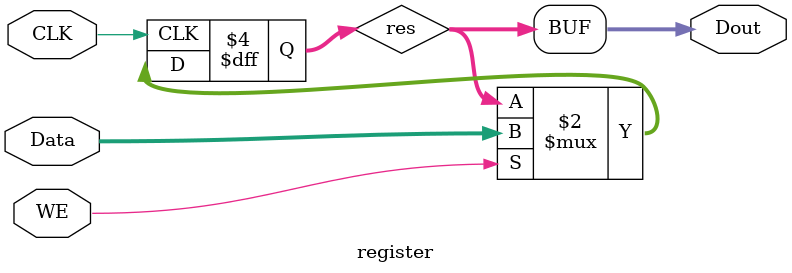
<source format=v>
`timescale 1ns / 1ps
module register(
		input signed [31:0] Data, 
		input CLK, 
		input WE, 
		output signed [31:0] Dout
		);
	reg [31:0] res;
	assign Dout = res;
	always @(posedge CLK) 
	begin
		if (WE)
			res <= Data;
	end
endmodule 


</source>
